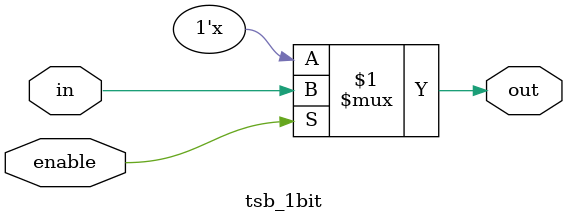
<source format=v>
module tsb_1bit(in, enable, out);
	input in, enable;
	output out;
	wire in, enable, out;
	assign out = (enable) ? in : 1'bz;
endmodule
</source>
